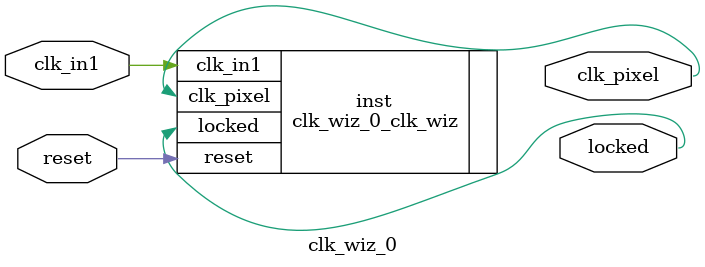
<source format=v>


`timescale 1ps/1ps

(* CORE_GENERATION_INFO = "clk_wiz_0,clk_wiz_v6_0_6_0_0,{component_name=clk_wiz_0,use_phase_alignment=true,use_min_o_jitter=false,use_max_i_jitter=false,use_dyn_phase_shift=false,use_inclk_switchover=false,use_dyn_reconfig=false,enable_axi=0,feedback_source=FDBK_AUTO,PRIMITIVE=MMCM,num_out_clk=1,clkin1_period=10.000,clkin2_period=10.000,use_power_down=false,use_reset=true,use_locked=true,use_inclk_stopped=false,feedback_type=SINGLE,CLOCK_MGR_TYPE=NA,manual_override=false}" *)

module clk_wiz_0 
 (
  // Clock out ports
  output        clk_pixel,
  // Status and control signals
  input         reset,
  output        locked,
 // Clock in ports
  input         clk_in1
 );

  clk_wiz_0_clk_wiz inst
  (
  // Clock out ports  
  .clk_pixel(clk_pixel),
  // Status and control signals               
  .reset(reset), 
  .locked(locked),
 // Clock in ports
  .clk_in1(clk_in1)
  );

endmodule

</source>
